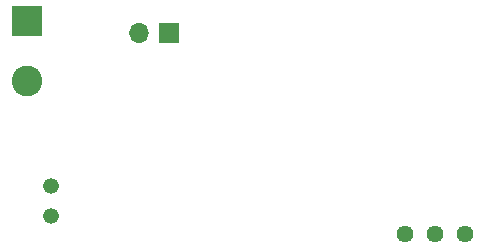
<source format=gbs>
G04 #@! TF.GenerationSoftware,KiCad,Pcbnew,(5.1.9)-1*
G04 #@! TF.CreationDate,2021-10-10T13:31:21+02:00*
G04 #@! TF.ProjectId,opamp_vu_meter,6f70616d-705f-4767-955f-6d657465722e,rev?*
G04 #@! TF.SameCoordinates,Original*
G04 #@! TF.FileFunction,Soldermask,Bot*
G04 #@! TF.FilePolarity,Negative*
%FSLAX46Y46*%
G04 Gerber Fmt 4.6, Leading zero omitted, Abs format (unit mm)*
G04 Created by KiCad (PCBNEW (5.1.9)-1) date 2021-10-10 13:31:21*
%MOMM*%
%LPD*%
G01*
G04 APERTURE LIST*
%ADD10C,1.333000*%
%ADD11C,2.600000*%
%ADD12R,2.600000X2.600000*%
%ADD13R,1.700000X1.700000*%
%ADD14O,1.700000X1.700000*%
%ADD15C,1.440000*%
G04 APERTURE END LIST*
D10*
G04 #@! TO.C,MK1*
X111000000Y-132000000D03*
X111000000Y-134540000D03*
G04 #@! TD*
D11*
G04 #@! TO.C,J1*
X109000000Y-123080000D03*
D12*
X109000000Y-118000000D03*
G04 #@! TD*
D13*
G04 #@! TO.C,J2*
X121000000Y-119000000D03*
D14*
X118460000Y-119000000D03*
G04 #@! TD*
D15*
G04 #@! TO.C,RV1*
X141000000Y-136000000D03*
X143540000Y-136000000D03*
X146080000Y-136000000D03*
G04 #@! TD*
M02*

</source>
